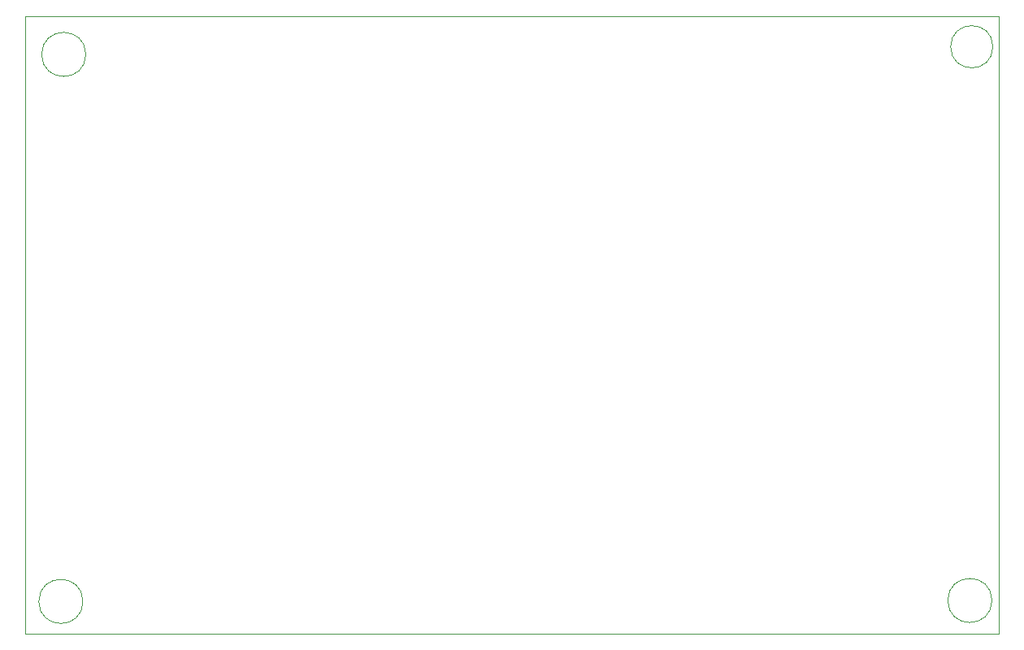
<source format=gbr>
%TF.GenerationSoftware,KiCad,Pcbnew,8.0.3*%
%TF.CreationDate,2024-06-22T21:39:14+05:00*%
%TF.ProjectId,Capibator_PCB,43617069-6261-4746-9f72-5f5043422e6b,1.1*%
%TF.SameCoordinates,Original*%
%TF.FileFunction,Profile,NP*%
%FSLAX46Y46*%
G04 Gerber Fmt 4.6, Leading zero omitted, Abs format (unit mm)*
G04 Created by KiCad (PCBNEW 8.0.3) date 2024-06-22 21:39:14*
%MOMM*%
%LPD*%
G01*
G04 APERTURE LIST*
%TA.AperFunction,Profile*%
%ADD10C,0.100000*%
%TD*%
G04 APERTURE END LIST*
D10*
X133400000Y-74700000D02*
G75*
G02*
X128800000Y-74700000I-2300000J0D01*
G01*
X128800000Y-74700000D02*
G75*
G02*
X133400000Y-74700000I2300000J0D01*
G01*
X133100000Y-131700000D02*
G75*
G02*
X128500000Y-131700000I-2300000J0D01*
G01*
X128500000Y-131700000D02*
G75*
G02*
X133100000Y-131700000I2300000J0D01*
G01*
X227800000Y-131600000D02*
G75*
G02*
X223200000Y-131600000I-2300000J0D01*
G01*
X223200000Y-131600000D02*
G75*
G02*
X227800000Y-131600000I2300000J0D01*
G01*
X227900000Y-73900000D02*
G75*
G02*
X223500000Y-73900000I-2200000J0D01*
G01*
X223500000Y-73900000D02*
G75*
G02*
X227900000Y-73900000I2200000J0D01*
G01*
X127050000Y-70700000D02*
X228550000Y-70700000D01*
X228550000Y-135100000D01*
X127050000Y-135100000D01*
X127050000Y-70700000D01*
M02*

</source>
